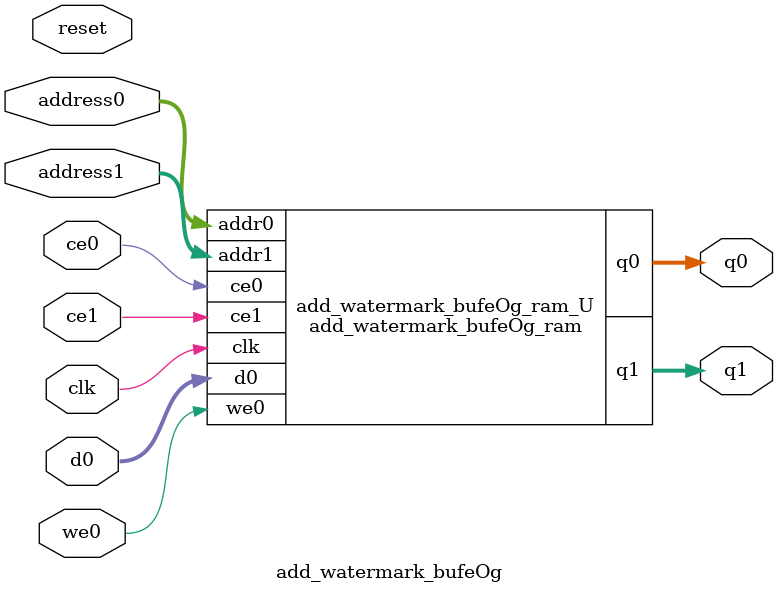
<source format=v>

`timescale 1 ns / 1 ps
module add_watermark_bufeOg_ram (addr0, ce0, d0, we0, q0, addr1, ce1, q1,  clk);

parameter DWIDTH = 16;
parameter AWIDTH = 4;
parameter MEM_SIZE = 16;

input[AWIDTH-1:0] addr0;
input ce0;
input[DWIDTH-1:0] d0;
input we0;
output reg[DWIDTH-1:0] q0;
input[AWIDTH-1:0] addr1;
input ce1;
output reg[DWIDTH-1:0] q1;
input clk;

(* ram_style = "distributed" *)reg [DWIDTH-1:0] ram[0:MEM_SIZE-1];




always @(posedge clk)  
begin 
    if (ce0) 
    begin
        if (we0) 
        begin 
            ram[addr0] <= d0; 
            q0 <= d0;
        end 
        else 
            q0 <= ram[addr0];
    end
end


always @(posedge clk)  
begin 
    if (ce1) 
    begin
            q1 <= ram[addr1];
    end
end


endmodule


`timescale 1 ns / 1 ps
module add_watermark_bufeOg(
    reset,
    clk,
    address0,
    ce0,
    we0,
    d0,
    q0,
    address1,
    ce1,
    q1);

parameter DataWidth = 32'd16;
parameter AddressRange = 32'd16;
parameter AddressWidth = 32'd4;
input reset;
input clk;
input[AddressWidth - 1:0] address0;
input ce0;
input we0;
input[DataWidth - 1:0] d0;
output[DataWidth - 1:0] q0;
input[AddressWidth - 1:0] address1;
input ce1;
output[DataWidth - 1:0] q1;



add_watermark_bufeOg_ram add_watermark_bufeOg_ram_U(
    .clk( clk ),
    .addr0( address0 ),
    .ce0( ce0 ),
    .d0( d0 ),
    .we0( we0 ),
    .q0( q0 ),
    .addr1( address1 ),
    .ce1( ce1 ),
    .q1( q1 ));

endmodule


</source>
